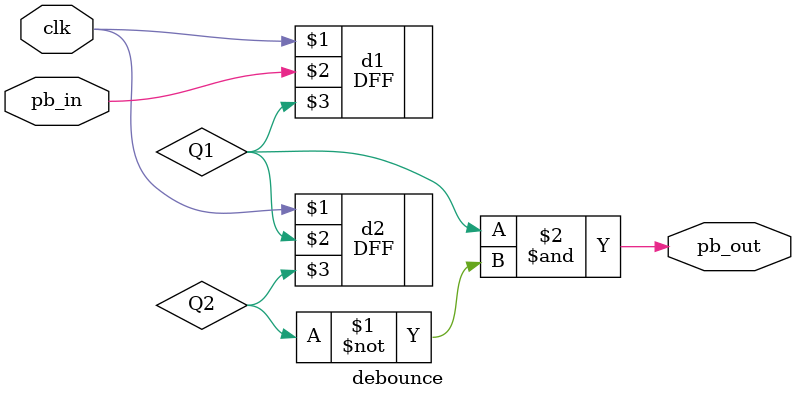
<source format=v>


module debounce(pb_in,clk, pb_out);
    input pb_in,clk;
    output pb_out;
    wire Q1,Q2;
    DFF d1(clk, pb_in,Q1 );
    DFF d2(clk, Q1,Q2 );
    assign pb_out = Q1 & ~Q2;
endmodule
</source>
